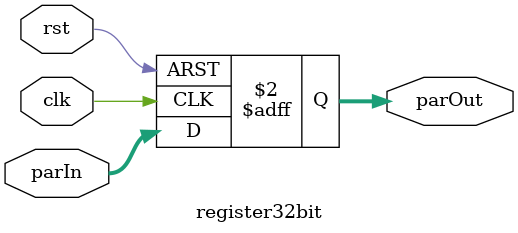
<source format=v>
module register32bit(parIn, clk, rst, parOut);
    input [31:0] parIn;
    input clk, rst;

    output reg [31:0] parOut;
    
    always @(posedge clk , posedge rst) begin
        if(rst)
            parOut <= {32{1'b0}};
        else
            parOut <= parIn;
    end

endmodule
</source>
